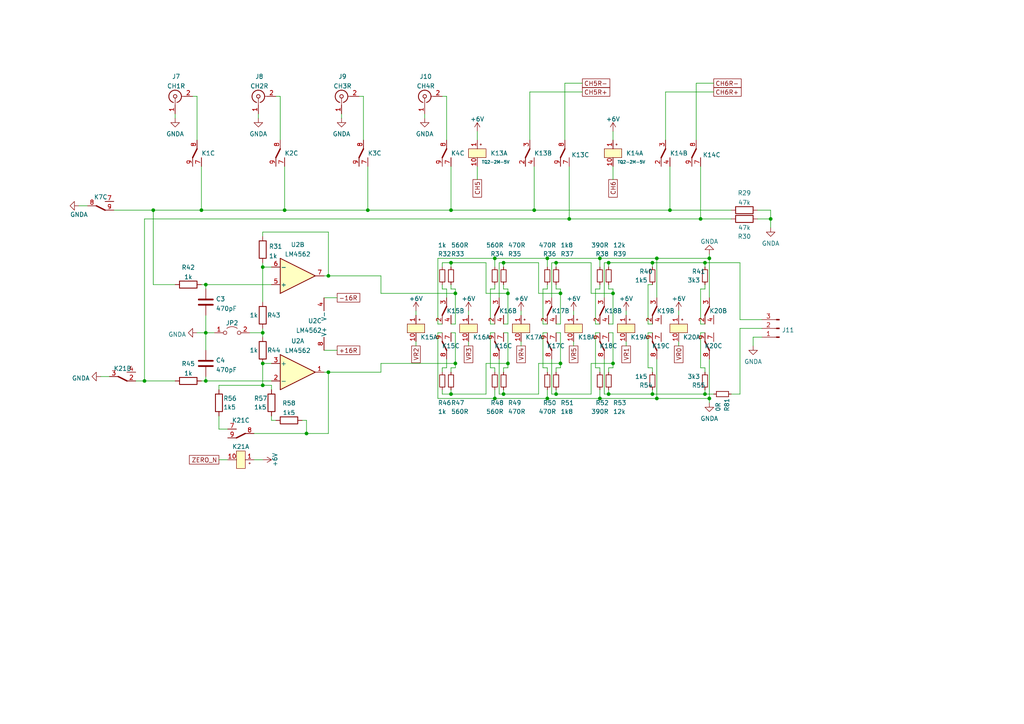
<source format=kicad_sch>
(kicad_sch (version 20211123) (generator eeschema)
  (paper "A4")
  (lib_symbols
    (symbol "Amplifier_Operational:LM4562" (pin_names (offset 0.127))
      (property "Reference" "U" (at 0 5.08 0))
      (property "Value" "LM4562" (at 0 -5.08 0))
      (symbol "LM4562_1_1"
        (polyline (pts (xy -5.08 5.08) (xy 5.08 0) (xy -5.08 -5.08) (xy -5.08 5.08)) (stroke (width 0.254)) (fill (type background)))
        (pin output line (at 7.62 0 180) (length 2.54) (name "~") (number "1"))
        (pin input line (at -7.62 -2.54 0) (length 2.54) (name "-") (number "2"))
        (pin input line (at -7.62 2.54 0) (length 2.54) (name "+") (number "3"))
      )
      (symbol "LM4562_2_1"
        (polyline (pts (xy -5.08 5.08) (xy 5.08 0) (xy -5.08 -5.08) (xy -5.08 5.08)) (stroke (width 0.254)) (fill (type background)))
        (pin input line (at -7.62 2.54 0) (length 2.54) (name "+") (number "5"))
        (pin input line (at -7.62 -2.54 0) (length 2.54) (name "-") (number "6"))
        (pin output line (at 7.62 0 180) (length 2.54) (name "~") (number "7"))
      )
      (symbol "LM4562_3_1"
        (pin power_in line (at -2.54 -7.62 90) (length 3.81) (name "V-") (number "4"))
        (pin power_in line (at -2.54 7.62 270) (length 3.81) (name "V+") (number "8"))
      )
    )
    (symbol "Connector:Conn_01x03_Male" (pin_names (offset 1.016) hide)
      (property "Reference" "J" (at 0 5.08 0))
      (property "Value" "Conn_01x03_Male" (at 0 -5.08 0))
      (symbol "Conn_01x03_Male_1_1"
        (polyline (pts (xy 1.27 -2.54) (xy 0.8636 -2.54)) (stroke (width 0.1524)))
        (polyline (pts (xy 1.27 0) (xy 0.8636 0)) (stroke (width 0.1524)))
        (polyline (pts (xy 1.27 2.54) (xy 0.8636 2.54)) (stroke (width 0.1524)))
        (rectangle (start 0.8636 -2.413) (end 0 -2.667) (stroke (width 0.1524)) (fill (type outline)))
        (rectangle (start 0.8636 0.127) (end 0 -0.127) (stroke (width 0.1524)) (fill (type outline)))
        (rectangle (start 0.8636 2.667) (end 0 2.413) (stroke (width 0.1524)) (fill (type outline)))
        (pin passive line (at 5.08 2.54 180) (length 3.81) (name "Pin_1") (number "1"))
        (pin passive line (at 5.08 0 180) (length 3.81) (name "Pin_2") (number "2"))
        (pin passive line (at 5.08 -2.54 180) (length 3.81) (name "Pin_3") (number "3"))
      )
    )
    (symbol "Connector:Conn_Coaxial" (pin_names (offset 1.016) hide)
      (property "Reference" "J" (at 0.254 3.048 0))
      (property "Value" "Conn_Coaxial" (at 2.921 0 90))
      (symbol "Conn_Coaxial_0_1"
        (arc (start -1.778 -0.508) (mid 0.222 -1.808) (end 1.778 0) (stroke (width 0.254)))
        (polyline (pts (xy -2.54 0) (xy -0.508 0)))
        (polyline (pts (xy 0 -2.54) (xy 0 -1.778)))
        (circle (center 0 0) (radius 0.508) (stroke (width 0.2032)))
        (arc (start 1.778 0) (mid 0.222 1.8083) (end -1.778 0.508) (stroke (width 0.254)))
      )
      (symbol "Conn_Coaxial_1_1"
        (pin passive line (at -5.08 0 0) (length 2.54) (name "In") (number "1"))
        (pin passive line (at 0 -5.08 90) (length 2.54) (name "Ext") (number "2"))
      )
    )
    (symbol "Device:C" (pin_numbers hide) (pin_names (offset 0.254))
      (property "Reference" "C" (at 0.635 2.54 0))
      (property "Value" "C" (at 0.635 -2.54 0))
      (symbol "C_0_1"
        (polyline (pts (xy -2.032 -0.762) (xy 2.032 -0.762)) (stroke (width 0.508)))
        (polyline (pts (xy -2.032 0.762) (xy 2.032 0.762)) (stroke (width 0.508)))
      )
      (symbol "C_1_1"
        (pin passive line (at 0 3.81 270) (length 2.794) (name "~") (number "1"))
        (pin passive line (at 0 -3.81 90) (length 2.794) (name "~") (number "2"))
      )
    )
    (symbol "Device:R" (pin_numbers hide) (pin_names (offset 0))
      (property "Reference" "R" (at 2.032 0 90))
      (property "Value" "R" (at 0 0 90))
      (symbol "R_0_1"
        (rectangle (start -1.016 -2.54) (end 1.016 2.54) (stroke (width 0.254)))
      )
      (symbol "R_1_1"
        (pin passive line (at 0 3.81 270) (length 1.27) (name "~") (number "1"))
        (pin passive line (at 0 -3.81 90) (length 1.27) (name "~") (number "2"))
      )
    )
    (symbol "Device:R_Small" (pin_numbers hide) (pin_names (offset 0.254) hide)
      (property "Reference" "R" (at 0.762 0.508 0))
      (property "Value" "R_Small" (at 0.762 -1.016 0))
      (symbol "R_Small_0_1"
        (rectangle (start -0.762 1.778) (end 0.762 -1.778) (stroke (width 0.2032)))
      )
      (symbol "R_Small_1_1"
        (pin passive line (at 0 2.54 270) (length 0.762) (name "~") (number "1"))
        (pin passive line (at 0 -2.54 90) (length 0.762) (name "~") (number "2"))
      )
    )
    (symbol "Jumper:Jumper_2_Open" (pin_names (offset 0) hide)
      (property "Reference" "JP" (at 0 2.794 0))
      (property "Value" "Jumper_2_Open" (at 0 -2.286 0))
      (symbol "Jumper_2_Open_0_0"
        (circle (center -2.032 0) (radius 0.508))
        (circle (center 2.032 0) (radius 0.508))
      )
      (symbol "Jumper_2_Open_0_1"
        (arc (start 1.524 1.27) (mid 0 1.778) (end -1.524 1.27))
      )
      (symbol "Jumper_2_Open_1_1"
        (pin passive line (at -5.08 0 0) (length 2.54) (name "A") (number "1"))
        (pin passive line (at 5.08 0 180) (length 2.54) (name "B") (number "2"))
      )
    )
    (symbol "pinny:TQ2-2M-5V"
      (property "Reference" "K" (at 23.495 -10.16 0))
      (property "Value" "TQ2-2M-5V" (at 25.146 -15.24 0))
      (symbol "TQ2-2M-5V_1_1"
        (polyline (pts (xy 21.082 -10.16) (xy 21.59 -10.16) (xy 21.336 -10.16) (xy 21.336 -9.906) (xy 21.336 -10.414) (xy 21.336 -10.16)) (fill (type background)))
        (rectangle (start 22.86 -11.43) (end 17.78 -13.97) (fill (type background)))
        (pin passive line (at 20.32 -8.89 270) (length 2.54) (name "") (number "1"))
        (pin passive line (at 20.32 -16.51 90) (length 2.54) (name "~") (number "10"))
      )
      (symbol "TQ2-2M-5V_2_1"
        (polyline (pts (xy 20.32 -11.43) (xy 19.05 -13.97)) (stroke (width 0.4)))
        (pin passive line (at 19.05 -16.51 90) (length 2.54) (name "") (number "2"))
        (pin passive line (at 20.32 -8.89 270) (length 2.54) (name "") (number "3"))
        (pin passive line (at 21.59 -16.51 90) (length 2.54) (name "") (number "4"))
      )
      (symbol "TQ2-2M-5V_3_1"
        (polyline (pts (xy 20.32 -11.43) (xy 19.05 -13.97)) (stroke (width 0.4)))
        (pin passive line (at 21.59 -16.51 90) (length 2.54) (name "") (number "7"))
        (pin passive line (at 20.32 -8.89 270) (length 2.54) (name "") (number "8"))
        (pin passive line (at 19.05 -16.51 90) (length 2.54) (name "") (number "9"))
      )
    )
    (symbol "power:+6V" (power) (pin_names (offset 0))
      (property "Value" "+6V" (at 0 3.556 0))
      (symbol "+6V_0_1"
        (polyline (pts (xy -0.762 1.27) (xy 0 2.54)))
        (polyline (pts (xy 0 0) (xy 0 2.54)))
        (polyline (pts (xy 0 2.54) (xy 0.762 1.27)))
      )
      (symbol "+6V_1_1"
        (pin power_in line (at 0 0 90) (length 0) hide (name "+6V") (number "1"))
      )
    )
    (symbol "power:GNDA" (power) (pin_names (offset 0))
      (property "Value" "GNDA" (at 0 -3.81 0))
      (symbol "GNDA_0_1"
        (polyline (pts (xy 0 0) (xy 0 -1.27) (xy 1.27 -1.27) (xy 0 -2.54) (xy -1.27 -1.27) (xy 0 -1.27)))
      )
      (symbol "GNDA_1_1"
        (pin power_in line (at 0 0 270) (length 0) hide (name "GNDA") (number "1"))
      )
    )
  )
  (junction (at 130.81 114.3))
  (junction (at 59.69 110.49))
  (junction (at 106.68 60.96))
  (junction (at 158.75 115.57))
  (junction (at 82.55 60.96))
  (junction (at 147.32 85.09))
  (junction (at 205.74 74.93))
  (junction (at 59.69 96.52))
  (junction (at 165.1 63.5))
  (junction (at 143.51 115.57))
  (junction (at 95.25 80.01))
  (junction (at 161.29 76.2))
  (junction (at 132.08 105.41))
  (junction (at 147.32 105.41))
  (junction (at 76.2 96.52))
  (junction (at 154.94 60.96))
  (junction (at 158.75 74.93))
  (junction (at 176.53 114.3))
  (junction (at 95.25 107.95))
  (junction (at 130.81 76.2))
  (junction (at 189.23 76.2))
  (junction (at 203.2 63.5))
  (junction (at 204.47 114.3))
  (junction (at 162.56 105.41))
  (junction (at 58.42 60.96))
  (junction (at 130.81 60.96))
  (junction (at 189.23 114.3))
  (junction (at 204.47 76.2))
  (junction (at 194.31 60.96))
  (junction (at 161.29 114.3))
  (junction (at 173.99 115.57))
  (junction (at 132.08 85.09))
  (junction (at 223.52 63.5))
  (junction (at 162.56 85.09))
  (junction (at 41.91 110.49))
  (junction (at 88.9 125.73))
  (junction (at 190.5 115.57))
  (junction (at 177.8 85.09))
  (junction (at 205.74 115.57))
  (junction (at 76.2 105.41))
  (junction (at 143.51 74.93))
  (junction (at 76.2 111.76))
  (junction (at 146.05 76.2))
  (junction (at 59.69 82.55))
  (junction (at 173.99 74.93))
  (junction (at 177.8 105.41))
  (junction (at 190.5 74.93))
  (junction (at 176.53 76.2))
  (junction (at 76.2 77.47))
  (junction (at 146.05 114.3))
  (junction (at 44.45 60.96))
  (wire (pts (xy 132.08 85.09) (xy 132.08 83.82)))
  (wire (pts (xy 223.52 60.96) (xy 223.52 63.5)))
  (wire (pts (xy 158.75 115.57) (xy 143.51 115.57)))
  (wire (pts (xy 142.24 83.82) (xy 143.51 83.82)))
  (wire (pts (xy 99.06 33.02) (xy 99.06 34.29)))
  (wire (pts (xy 93.98 107.95) (xy 95.25 107.95)))
  (wire (pts (xy 41.91 63.5) (xy 165.1 63.5)))
  (wire (pts (xy 143.51 74.93) (xy 143.51 77.47)))
  (wire (pts (xy 205.74 115.57) (xy 190.5 115.57)))
  (wire (pts (xy 59.69 91.44) (xy 59.69 96.52)))
  (wire (pts (xy 160.02 76.2) (xy 161.29 76.2)))
  (wire (pts (xy 59.69 82.55) (xy 59.69 83.82)))
  (wire (pts (xy 158.75 82.55) (xy 158.75 83.82)))
  (wire (pts (xy 189.23 93.98) (xy 187.96 93.98)))
  (wire (pts (xy 161.29 83.82) (xy 161.29 82.55)))
  (wire (pts (xy 190.5 104.14) (xy 190.5 115.57)))
  (wire (pts (xy 93.98 101.6) (xy 97.79 101.6)))
  (wire (pts (xy 165.1 63.5) (xy 203.2 63.5)))
  (wire (pts (xy 163.83 24.13) (xy 163.83 40.64)))
  (wire (pts (xy 128.27 77.47) (xy 128.27 76.2)))
  (wire (pts (xy 187.96 82.55) (xy 189.23 82.55)))
  (wire (pts (xy 176.53 76.2) (xy 176.53 77.47)))
  (wire (pts (xy 173.99 83.82) (xy 172.72 83.82)))
  (wire (pts (xy 55.88 27.94) (xy 57.15 27.94)))
  (wire (pts (xy 147.32 85.09) (xy 147.32 93.98)))
  (wire (pts (xy 132.08 83.82) (xy 130.81 83.82)))
  (wire (pts (xy 73.66 133.35) (xy 76.2 133.35)))
  (wire (pts (xy 81.28 27.94) (xy 81.28 40.64)))
  (wire (pts (xy 166.37 90.17) (xy 166.37 91.44)))
  (wire (pts (xy 157.48 106.68) (xy 158.75 106.68)))
  (wire (pts (xy 153.67 26.67) (xy 153.67 40.64)))
  (wire (pts (xy 128.27 114.3) (xy 130.81 114.3)))
  (wire (pts (xy 74.93 33.02) (xy 74.93 34.29)))
  (wire (pts (xy 80.01 27.94) (xy 81.28 27.94)))
  (wire (pts (xy 194.31 60.96) (xy 212.09 60.96)))
  (wire (pts (xy 218.44 97.79) (xy 218.44 100.33)))
  (wire (pts (xy 161.29 113.03) (xy 161.29 114.3)))
  (wire (pts (xy 58.42 82.55) (xy 59.69 82.55)))
  (wire (pts (xy 129.54 27.94) (xy 129.54 40.64)))
  (wire (pts (xy 130.81 76.2) (xy 130.81 77.47)))
  (wire (pts (xy 153.67 26.67) (xy 168.91 26.67)))
  (wire (pts (xy 110.49 85.09) (xy 110.49 80.01)))
  (wire (pts (xy 190.5 74.93) (xy 205.74 74.93)))
  (wire (pts (xy 189.23 76.2) (xy 189.23 77.47)))
  (wire (pts (xy 203.2 96.52) (xy 203.2 106.68)))
  (wire (pts (xy 143.51 115.57) (xy 127 115.57)))
  (wire (pts (xy 78.74 111.76) (xy 78.74 113.03)))
  (wire (pts (xy 58.42 60.96) (xy 44.45 60.96)))
  (wire (pts (xy 130.81 96.52) (xy 132.08 96.52)))
  (wire (pts (xy 143.51 82.55) (xy 143.51 83.82)))
  (wire (pts (xy 214.63 92.71) (xy 214.63 76.2)))
  (wire (pts (xy 176.53 93.98) (xy 177.8 93.98)))
  (wire (pts (xy 95.25 107.95) (xy 95.25 125.73)))
  (wire (pts (xy 127 96.52) (xy 128.27 96.52)))
  (wire (pts (xy 158.75 113.03) (xy 158.75 115.57)))
  (wire (pts (xy 177.8 105.41) (xy 177.8 106.68)))
  (wire (pts (xy 204.47 106.68) (xy 204.47 107.95)))
  (wire (pts (xy 142.24 96.52) (xy 142.24 106.68)))
  (wire (pts (xy 93.98 80.01) (xy 95.25 80.01)))
  (wire (pts (xy 175.26 104.14) (xy 175.26 114.3)))
  (wire (pts (xy 127 74.93) (xy 143.51 74.93)))
  (wire (pts (xy 173.99 82.55) (xy 173.99 83.82)))
  (wire (pts (xy 127 115.57) (xy 127 96.52)))
  (wire (pts (xy 128.27 106.68) (xy 128.27 107.95)))
  (wire (pts (xy 176.53 96.52) (xy 177.8 96.52)))
  (wire (pts (xy 72.39 96.52) (xy 76.2 96.52)))
  (wire (pts (xy 194.31 48.26) (xy 194.31 60.96)))
  (wire (pts (xy 181.61 90.17) (xy 181.61 91.44)))
  (wire (pts (xy 95.25 125.73) (xy 88.9 125.73)))
  (wire (pts (xy 120.65 99.06) (xy 120.65 100.33)))
  (wire (pts (xy 146.05 83.82) (xy 147.32 83.82)))
  (wire (pts (xy 22.86 59.69) (xy 25.4 59.69)))
  (wire (pts (xy 128.27 76.2) (xy 130.81 76.2)))
  (wire (pts (xy 130.81 82.55) (xy 130.81 83.82)))
  (wire (pts (xy 177.8 106.68) (xy 176.53 106.68)))
  (wire (pts (xy 172.72 83.82) (xy 172.72 93.98)))
  (wire (pts (xy 130.81 113.03) (xy 130.81 114.3)))
  (wire (pts (xy 129.54 83.82) (xy 128.27 83.82)))
  (wire (pts (xy 147.32 83.82) (xy 147.32 85.09)))
  (wire (pts (xy 161.29 107.95) (xy 161.29 106.68)))
  (wire (pts (xy 63.5 113.03) (xy 63.5 111.76)))
  (wire (pts (xy 80.01 121.92) (xy 78.74 121.92)))
  (wire (pts (xy 173.99 74.93) (xy 190.5 74.93)))
  (wire (pts (xy 204.47 114.3) (xy 207.01 114.3)))
  (wire (pts (xy 176.53 82.55) (xy 176.53 83.82)))
  (wire (pts (xy 173.99 74.93) (xy 173.99 77.47)))
  (wire (pts (xy 29.21 109.22) (xy 31.75 109.22)))
  (wire (pts (xy 175.26 76.2) (xy 176.53 76.2)))
  (wire (pts (xy 146.05 82.55) (xy 146.05 83.82)))
  (wire (pts (xy 146.05 93.98) (xy 147.32 93.98)))
  (wire (pts (xy 104.14 27.94) (xy 105.41 27.94)))
  (wire (pts (xy 204.47 96.52) (xy 203.2 96.52)))
  (wire (pts (xy 161.29 93.98) (xy 162.56 93.98)))
  (wire (pts (xy 177.8 105.41) (xy 171.45 105.41)))
  (wire (pts (xy 50.8 110.49) (xy 41.91 110.49)))
  (wire (pts (xy 173.99 113.03) (xy 173.99 115.57)))
  (wire (pts (xy 138.43 48.26) (xy 138.43 52.07)))
  (wire (pts (xy 158.75 74.93) (xy 158.75 77.47)))
  (wire (pts (xy 142.24 106.68) (xy 143.51 106.68)))
  (wire (pts (xy 132.08 85.09) (xy 110.49 85.09)))
  (wire (pts (xy 132.08 105.41) (xy 132.08 106.68)))
  (wire (pts (xy 203.2 63.5) (xy 203.2 48.26)))
  (wire (pts (xy 146.05 106.68) (xy 147.32 106.68)))
  (wire (pts (xy 165.1 63.5) (xy 165.1 48.26)))
  (wire (pts (xy 128.27 82.55) (xy 128.27 83.82)))
  (wire (pts (xy 160.02 114.3) (xy 161.29 114.3)))
  (wire (pts (xy 175.26 114.3) (xy 176.53 114.3)))
  (wire (pts (xy 173.99 115.57) (xy 158.75 115.57)))
  (wire (pts (xy 176.53 76.2) (xy 189.23 76.2)))
  (wire (pts (xy 187.96 96.52) (xy 187.96 106.68)))
  (wire (pts (xy 204.47 83.82) (xy 203.2 83.82)))
  (wire (pts (xy 132.08 105.41) (xy 110.49 105.41)))
  (wire (pts (xy 132.08 96.52) (xy 132.08 105.41)))
  (wire (pts (xy 123.19 33.02) (xy 123.19 34.29)))
  (wire (pts (xy 156.21 76.2) (xy 156.21 85.09)))
  (wire (pts (xy 135.89 90.17) (xy 135.89 91.44)))
  (wire (pts (xy 177.8 85.09) (xy 177.8 83.82)))
  (wire (pts (xy 181.61 99.06) (xy 181.61 100.33)))
  (wire (pts (xy 143.51 74.93) (xy 158.75 74.93)))
  (wire (pts (xy 88.9 121.92) (xy 88.9 125.73)))
  (wire (pts (xy 220.98 97.79) (xy 218.44 97.79)))
  (wire (pts (xy 162.56 83.82) (xy 161.29 83.82)))
  (wire (pts (xy 156.21 85.09) (xy 162.56 85.09)))
  (wire (pts (xy 59.69 96.52) (xy 62.23 96.52)))
  (wire (pts (xy 95.25 67.31) (xy 76.2 67.31)))
  (wire (pts (xy 161.29 76.2) (xy 161.29 77.47)))
  (wire (pts (xy 128.27 93.98) (xy 127 93.98)))
  (wire (pts (xy 162.56 85.09) (xy 162.56 83.82)))
  (wire (pts (xy 76.2 95.25) (xy 76.2 96.52)))
  (wire (pts (xy 189.23 113.03) (xy 189.23 114.3)))
  (wire (pts (xy 189.23 106.68) (xy 189.23 107.95)))
  (wire (pts (xy 130.81 76.2) (xy 140.97 76.2)))
  (wire (pts (xy 171.45 114.3) (xy 161.29 114.3)))
  (wire (pts (xy 143.51 93.98) (xy 142.24 93.98)))
  (wire (pts (xy 63.5 133.35) (xy 66.04 133.35)))
  (wire (pts (xy 120.65 90.17) (xy 120.65 91.44)))
  (wire (pts (xy 105.41 27.94) (xy 105.41 40.64)))
  (wire (pts (xy 144.78 104.14) (xy 144.78 114.3)))
  (wire (pts (xy 163.83 24.13) (xy 168.91 24.13)))
  (wire (pts (xy 140.97 105.41) (xy 140.97 114.3)))
  (wire (pts (xy 76.2 111.76) (xy 78.74 111.76)))
  (wire (pts (xy 57.15 27.94) (xy 57.15 40.64)))
  (wire (pts (xy 95.25 80.01) (xy 95.25 67.31)))
  (wire (pts (xy 187.96 93.98) (xy 187.96 82.55)))
  (wire (pts (xy 172.72 96.52) (xy 173.99 96.52)))
  (wire (pts (xy 190.5 74.93) (xy 190.5 86.36)))
  (wire (pts (xy 130.81 114.3) (xy 140.97 114.3)))
  (wire (pts (xy 157.48 96.52) (xy 157.48 106.68)))
  (wire (pts (xy 203.2 63.5) (xy 212.09 63.5)))
  (wire (pts (xy 59.69 82.55) (xy 78.74 82.55)))
  (wire (pts (xy 146.05 107.95) (xy 146.05 106.68)))
  (wire (pts (xy 154.94 60.96) (xy 130.81 60.96)))
  (wire (pts (xy 203.2 106.68) (xy 204.47 106.68)))
  (wire (pts (xy 203.2 83.82) (xy 203.2 93.98)))
  (wire (pts (xy 176.53 114.3) (xy 176.53 113.03)))
  (wire (pts (xy 172.72 93.98) (xy 173.99 93.98)))
  (wire (pts (xy 177.8 96.52) (xy 177.8 105.41)))
  (wire (pts (xy 193.04 26.67) (xy 193.04 40.64)))
  (wire (pts (xy 171.45 76.2) (xy 161.29 76.2)))
  (wire (pts (xy 147.32 105.41) (xy 147.32 96.52)))
  (wire (pts (xy 76.2 76.2) (xy 76.2 77.47)))
  (wire (pts (xy 204.47 82.55) (xy 204.47 83.82)))
  (wire (pts (xy 59.69 96.52) (xy 59.69 101.6)))
  (wire (pts (xy 129.54 86.36) (xy 129.54 83.82)))
  (wire (pts (xy 160.02 104.14) (xy 160.02 114.3)))
  (wire (pts (xy 162.56 85.09) (xy 162.56 93.98)))
  (wire (pts (xy 177.8 85.09) (xy 171.45 85.09)))
  (wire (pts (xy 63.5 124.46) (xy 63.5 120.65)))
  (wire (pts (xy 58.42 110.49) (xy 59.69 110.49)))
  (wire (pts (xy 194.31 60.96) (xy 154.94 60.96)))
  (wire (pts (xy 162.56 96.52) (xy 161.29 96.52)))
  (wire (pts (xy 135.89 99.06) (xy 135.89 100.33)))
  (wire (pts (xy 205.74 104.14) (xy 205.74 115.57)))
  (wire (pts (xy 106.68 48.26) (xy 106.68 60.96)))
  (wire (pts (xy 127 93.98) (xy 127 74.93)))
  (wire (pts (xy 147.32 105.41) (xy 140.97 105.41)))
  (wire (pts (xy 151.13 99.06) (xy 151.13 100.33)))
  (wire (pts (xy 140.97 76.2) (xy 140.97 85.09)))
  (wire (pts (xy 144.78 86.36) (xy 144.78 76.2)))
  (wire (pts (xy 196.85 99.06) (xy 196.85 100.33)))
  (wire (pts (xy 162.56 106.68) (xy 162.56 105.41)))
  (wire (pts (xy 189.23 76.2) (xy 204.47 76.2)))
  (wire (pts (xy 212.09 114.3) (xy 214.63 114.3)))
  (wire (pts (xy 138.43 38.1) (xy 138.43 40.64)))
  (wire (pts (xy 146.05 76.2) (xy 146.05 77.47)))
  (wire (pts (xy 157.48 93.98) (xy 157.48 83.82)))
  (wire (pts (xy 205.74 86.36) (xy 205.74 74.93)))
  (wire (pts (xy 201.93 24.13) (xy 201.93 40.64)))
  (wire (pts (xy 132.08 93.98) (xy 132.08 85.09)))
  (wire (pts (xy 76.2 105.41) (xy 78.74 105.41)))
  (wire (pts (xy 59.69 110.49) (xy 78.74 110.49)))
  (wire (pts (xy 106.68 60.96) (xy 82.55 60.96)))
  (wire (pts (xy 189.23 96.52) (xy 187.96 96.52)))
  (wire (pts (xy 82.55 60.96) (xy 58.42 60.96)))
  (wire (pts (xy 82.55 48.26) (xy 82.55 60.96)))
  (wire (pts (xy 177.8 48.26) (xy 177.8 52.07)))
  (wire (pts (xy 130.81 93.98) (xy 132.08 93.98)))
  (wire (pts (xy 140.97 85.09) (xy 147.32 85.09)))
  (wire (pts (xy 157.48 83.82) (xy 158.75 83.82)))
  (wire (pts (xy 201.93 24.13) (xy 207.01 24.13)))
  (wire (pts (xy 78.74 121.92) (xy 78.74 120.65)))
  (wire (pts (xy 132.08 106.68) (xy 130.81 106.68)))
  (wire (pts (xy 175.26 86.36) (xy 175.26 76.2)))
  (wire (pts (xy 173.99 107.95) (xy 173.99 106.68)))
  (wire (pts (xy 158.75 96.52) (xy 157.48 96.52)))
  (wire (pts (xy 158.75 74.93) (xy 173.99 74.93)))
  (wire (pts (xy 57.15 96.52) (xy 59.69 96.52)))
  (wire (pts (xy 166.37 99.06) (xy 166.37 100.33)))
  (wire (pts (xy 39.37 110.49) (xy 41.91 110.49)))
  (wire (pts (xy 93.98 86.36) (xy 97.79 86.36)))
  (wire (pts (xy 158.75 106.68) (xy 158.75 107.95)))
  (wire (pts (xy 63.5 111.76) (xy 76.2 111.76)))
  (wire (pts (xy 129.54 106.68) (xy 128.27 106.68)))
  (wire (pts (xy 87.63 121.92) (xy 88.9 121.92)))
  (wire (pts (xy 144.78 114.3) (xy 146.05 114.3)))
  (wire (pts (xy 50.8 82.55) (xy 44.45 82.55)))
  (wire (pts (xy 154.94 48.26) (xy 154.94 60.96)))
  (wire (pts (xy 151.13 90.17) (xy 151.13 91.44)))
  (wire (pts (xy 177.8 93.98) (xy 177.8 85.09)))
  (wire (pts (xy 223.52 63.5) (xy 223.52 66.04)))
  (wire (pts (xy 196.85 90.17) (xy 196.85 91.44)))
  (wire (pts (xy 129.54 104.14) (xy 129.54 106.68)))
  (wire (pts (xy 205.74 115.57) (xy 205.74 116.84)))
  (wire (pts (xy 59.69 109.22) (xy 59.69 110.49)))
  (wire (pts (xy 204.47 113.03) (xy 204.47 114.3)))
  (wire (pts (xy 147.32 96.52) (xy 146.05 96.52)))
  (wire (pts (xy 219.71 60.96) (xy 223.52 60.96)))
  (wire (pts (xy 76.2 87.63) (xy 76.2 77.47)))
  (wire (pts (xy 176.53 106.68) (xy 176.53 107.95)))
  (wire (pts (xy 187.96 106.68) (xy 189.23 106.68)))
  (wire (pts (xy 146.05 76.2) (xy 156.21 76.2)))
  (wire (pts (xy 66.04 124.46) (xy 63.5 124.46)))
  (wire (pts (xy 44.45 60.96) (xy 33.02 60.96)))
  (wire (pts (xy 130.81 106.68) (xy 130.81 107.95)))
  (wire (pts (xy 156.21 105.41) (xy 162.56 105.41)))
  (wire (pts (xy 220.98 95.25) (xy 214.63 95.25)))
  (wire (pts (xy 110.49 107.95) (xy 95.25 107.95)))
  (wire (pts (xy 147.32 106.68) (xy 147.32 105.41)))
  (wire (pts (xy 171.45 105.41) (xy 171.45 114.3)))
  (wire (pts (xy 76.2 105.41) (xy 76.2 111.76)))
  (wire (pts (xy 110.49 80.01) (xy 95.25 80.01)))
  (wire (pts (xy 144.78 76.2) (xy 146.05 76.2)))
  (wire (pts (xy 204.47 114.3) (xy 189.23 114.3)))
  (wire (pts (xy 88.9 125.73) (xy 73.66 125.73)))
  (wire (pts (xy 156.21 114.3) (xy 156.21 105.41)))
  (wire (pts (xy 146.05 114.3) (xy 146.05 113.03)))
  (wire (pts (xy 44.45 82.55) (xy 44.45 60.96)))
  (wire (pts (xy 177.8 83.82) (xy 176.53 83.82)))
  (wire (pts (xy 160.02 86.36) (xy 160.02 76.2)))
  (wire (pts (xy 205.74 73.66) (xy 205.74 74.93)))
  (wire (pts (xy 189.23 114.3) (xy 176.53 114.3)))
  (wire (pts (xy 161.29 106.68) (xy 162.56 106.68)))
  (wire (pts (xy 204.47 76.2) (xy 204.47 77.47)))
  (wire (pts (xy 158.75 93.98) (xy 157.48 93.98)))
  (wire (pts (xy 162.56 105.41) (xy 162.56 96.52)))
  (wire (pts (xy 146.05 114.3) (xy 156.21 114.3)))
  (wire (pts (xy 130.81 48.26) (xy 130.81 60.96)))
  (wire (pts (xy 203.2 93.98) (xy 204.47 93.98)))
  (wire (pts (xy 76.2 67.31) (xy 76.2 68.58)))
  (wire (pts (xy 143.51 96.52) (xy 142.24 96.52)))
  (wire (pts (xy 41.91 110.49) (xy 41.91 63.5)))
  (wire (pts (xy 177.8 38.1) (xy 177.8 40.64)))
  (wire (pts (xy 172.72 106.68) (xy 172.72 96.52)))
  (wire (pts (xy 128.27 113.03) (xy 128.27 114.3)))
  (wire (pts (xy 76.2 77.47) (xy 78.74 77.47)))
  (wire (pts (xy 214.63 95.25) (xy 214.63 114.3)))
  (wire (pts (xy 50.8 33.02) (xy 50.8 34.29)))
  (wire (pts (xy 220.98 92.71) (xy 214.63 92.71)))
  (wire (pts (xy 190.5 115.57) (xy 173.99 115.57)))
  (wire (pts (xy 130.81 60.96) (xy 106.68 60.96)))
  (wire (pts (xy 110.49 105.41) (xy 110.49 107.95)))
  (wire (pts (xy 193.04 26.67) (xy 207.01 26.67)))
  (wire (pts (xy 204.47 76.2) (xy 214.63 76.2)))
  (wire (pts (xy 128.27 27.94) (xy 129.54 27.94)))
  (wire (pts (xy 142.24 93.98) (xy 142.24 83.82)))
  (wire (pts (xy 219.71 63.5) (xy 223.52 63.5)))
  (wire (pts (xy 173.99 106.68) (xy 172.72 106.68)))
  (wire (pts (xy 143.51 106.68) (xy 143.51 107.95)))
  (wire (pts (xy 58.42 48.26) (xy 58.42 60.96)))
  (wire (pts (xy 171.45 85.09) (xy 171.45 76.2)))
  (wire (pts (xy 143.51 113.03) (xy 143.51 115.57)))
  (wire (pts (xy 76.2 96.52) (xy 76.2 97.79)))
  (global_label "VR3" (shape passive) (at 135.89 100.33 270) (property "Intersheet References" "${INTERSHEET_REFS}" (effects hide)))
  (global_label "CH5R+" (shape passive) (at 168.91 26.67 0) (property "Intersheet References" "${INTERSHEET_REFS}" (effects hide)))
  (global_label "CH6R-" (shape passive) (at 207.01 24.13 0) (property "Intersheet References" "${INTERSHEET_REFS}" (effects hide)))
  (global_label "CH6R+" (shape passive) (at 207.01 26.67 0) (property "Intersheet References" "${INTERSHEET_REFS}" (effects hide)))
  (global_label "VR0" (shape passive) (at 196.85 100.33 270) (property "Intersheet References" "${INTERSHEET_REFS}" (effects hide)))
  (global_label "+16R" (shape passive) (at 97.79 101.6 0) (property "Intersheet References" "${INTERSHEET_REFS}" (effects hide)))
  (global_label "ZERO_N" (shape passive) (at 63.5 133.35 180) (property "Intersheet References" "${INTERSHEET_REFS}" (effects hide)))
  (global_label "VR1" (shape passive) (at 181.61 100.33 270) (property "Intersheet References" "${INTERSHEET_REFS}" (effects hide)))
  (global_label "VR5" (shape passive) (at 166.37 100.33 270) (property "Intersheet References" "${INTERSHEET_REFS}" (effects hide)))
  (global_label "CH5R-" (shape passive) (at 168.91 24.13 0) (property "Intersheet References" "${INTERSHEET_REFS}" (effects hide)))
  (global_label "-16R" (shape passive) (at 97.79 86.36 0) (property "Intersheet References" "${INTERSHEET_REFS}" (effects hide)))
  (global_label "VR2" (shape passive) (at 120.65 100.33 270) (property "Intersheet References" "${INTERSHEET_REFS}" (effects hide)))
  (global_label "CH6" (shape passive) (at 177.8 52.07 270) (property "Intersheet References" "${INTERSHEET_REFS}" (effects hide)))
  (global_label "VR4" (shape passive) (at 151.13 100.33 270) (property "Intersheet References" "${INTERSHEET_REFS}" (effects hide)))
  (global_label "CH5" (shape passive) (at 138.43 52.07 270) (property "Intersheet References" "${INTERSHEET_REFS}" (effects hide)))
  (symbol (lib_id "Device:R") (at 83.82 121.92 270) (unit 1)
    (property "Reference" "R58" (at 83.82 116.9375 90))
    (property "Value" "1k5" (at 83.82 119.7126 90))
    (property "Footprint" "Resistor_SMD:R_MELF_MMB-0207" (effects hide))
    (property "Farnell part number" "	3086860" (effects hide))
  )
  (symbol (lib_id "power:+6V") (at 135.89 90.17 0) (unit 1)
    (property "Reference" "#PWR035" (effects hide))
    (property "Value" "+6V" (at 135.89 86.614 0))
  )
  (symbol (lib_id "power:+6V") (at 120.65 90.17 0) (unit 1)
    (property "Reference" "#PWR034" (effects hide))
    (property "Value" "+6V" (at 120.65 86.614 0))
  )
  (symbol (lib_id "Device:R") (at 76.2 91.44 0) (unit 1)
    (property "Reference" "R43" (at 77.47 91.44 0) (effects (justify left)))
    (property "Value" "1k" (at 72.39 91.44 0) (effects (justify left)))
    (property "Footprint" "Resistor_SMD:R_MELF_MMB-0207" (effects hide))
    (property "Farnell part number" "	3086847" (effects hide))
  )
  (symbol (lib_id "pinny:TQ2-2M-5V") (at 181.61 31.75 0) (unit 3)
    (property "Reference" "K14" (at 203.835 44.929 0) (effects (justify left)))
    (property "Value" "TQ2-2M-5V" (effects hide))
    (property "Footprint" "SnapEDA Library:TQ2-5V" (effects hide))
  )
  (symbol (lib_id "Connector:Conn_01x03_Male") (at 226.06 95.25 180) (unit 1)
    (property "Reference" "J11" (at 226.7712 95.729 0) (effects (justify right)))
    (property "Value" "L_OUT" (effects hide))
    (property "Footprint" "Connector_JST:JST_EH_B3B-EH-A_1x03_P2.50mm_Vertical" (effects hide))
  )
  (symbol (lib_id "power:+6V") (at 151.13 90.17 0) (unit 1)
    (property "Reference" "#PWR036" (effects hide))
    (property "Value" "+6V" (at 151.13 86.614 0))
  )
  (symbol (lib_id "power:GNDA") (at 123.19 34.29 0) (unit 1)
    (property "Reference" "#PWR028" (effects hide))
    (property "Value" "GNDA" (at 123.19 38.8525 0))
  )
  (symbol (lib_id "Jumper:Jumper_2_Open") (at 67.31 96.52 0) (unit 1)
    (property "Reference" "JP2" (at 67.31 93.6775 0))
    (property "Value" "Jumper_2_Open" (effects hide))
    (property "Footprint" "Connector_PinHeader_2.54mm:PinHeader_1x02_P2.54mm_Vertical" (effects hide))
  )
  (symbol (lib_id "pinny:TQ2-2M-5V") (at 133.35 31.75 0) (unit 2)
    (property "Reference" "K13" (at 154.94 44.45 0) (effects (justify left)))
    (property "Value" "TQ2-2M-5V" (effects hide))
    (property "Footprint" "SnapEDA Library:TQ2-5V" (effects hide))
  )
  (symbol (lib_id "pinny:TQ2-2M-5V") (at 16.51 80.01 90) (unit 3)
    (property "Reference" "K7" (at 29.21 57.15 90))
    (property "Value" "TQ2-2M-5V" (effects hide))
    (property "Footprint" "SnapEDA Library:TQ2-5V" (effects hide))
  )
  (symbol (lib_id "Device:R") (at 54.61 110.49 90) (unit 1)
    (property "Reference" "R45" (at 54.61 105.5075 90))
    (property "Value" "1k" (at 54.61 108.2826 90))
    (property "Footprint" "Resistor_SMD:R_MELF_MMB-0207" (effects hide))
    (property "Farnell part number" "	3086847" (effects hide))
  )
  (symbol (lib_id "power:GNDA") (at 99.06 34.29 0) (unit 1)
    (property "Reference" "#PWR027" (effects hide))
    (property "Value" "GNDA" (at 99.06 38.8525 0))
  )
  (symbol (lib_id "pinny:TQ2-2M-5V") (at 109.22 77.47 0) (unit 2)
    (property "Reference" "K15" (at 129.54 90.17 0) (effects (justify left)))
    (property "Value" "TQ2-2M-5V" (effects hide))
    (property "Footprint" "SnapEDA Library:TQ2-5V" (effects hide))
  )
  (symbol (lib_id "power:+6V") (at 196.85 90.17 0) (unit 1)
    (property "Reference" "#PWR039" (effects hide))
    (property "Value" "+6V" (at 196.85 86.614 0))
  )
  (symbol (lib_id "Device:R") (at 76.2 101.6 0) (unit 1)
    (property "Reference" "R44" (at 77.47 101.6 0) (effects (justify left)))
    (property "Value" "1k" (at 72.39 101.6 0) (effects (justify left)))
    (property "Footprint" "Resistor_SMD:R_MELF_MMB-0207" (effects hide))
    (property "Farnell part number" "	3086847" (effects hide))
  )
  (symbol (lib_id "Device:C") (at 59.69 87.63 0) (unit 1)
    (property "Reference" "C3" (at 62.611 86.7215 0) (effects (justify left)))
    (property "Value" "470pF" (at 62.611 89.4966 0) (effects (justify left)))
    (property "Footprint" "Capacitor_THT:C_Disc_D3.8mm_W2.6mm_P2.50mm" (effects hide))
    (property "Farnell part number" "	1141769" (effects hide))
  )
  (symbol (lib_id "Device:R_Small") (at 143.51 110.49 0) (unit 1)
    (property "Reference" "R48" (at 142.24 116.84 0) (effects (justify left)))
    (property "Value" "560R" (at 140.97 119.38 0) (effects (justify left)))
    (property "Footprint" "Resistor_SMD:R_MELF_MMB-0207" (effects hide))
    (property "Farnell part number" "	3086811" (effects hide))
  )
  (symbol (lib_id "Device:R_Small") (at 176.53 110.49 0) (unit 1)
    (property "Reference" "R53" (at 177.8 116.84 0) (effects (justify left)))
    (property "Value" "12k" (at 177.8 119.38 0) (effects (justify left)))
    (property "Footprint" "Resistor_SMD:R_MELF_MMB-0207" (effects hide))
    (property "Farnell part number" "	2838151" (effects hide))
  )
  (symbol (lib_id "power:GNDA") (at 74.93 34.29 0) (unit 1)
    (property "Reference" "#PWR026" (effects hide))
    (property "Value" "GNDA" (at 74.93 38.8525 0))
  )
  (symbol (lib_id "Device:R_Small") (at 189.23 110.49 0) (unit 1)
    (property "Reference" "R54" (at 185.42 111.76 0) (effects (justify left)))
    (property "Value" "1k5" (at 184.15 109.22 0) (effects (justify left)))
    (property "Footprint" "Resistor_SMD:R_MELF_MMB-0207" (effects hide))
    (property "Farnell part number" "	3086860" (effects hide))
  )
  (symbol (lib_id "Device:R_Small") (at 146.05 110.49 0) (unit 1)
    (property "Reference" "R49" (at 147.32 116.84 0) (effects (justify left)))
    (property "Value" "470R" (at 147.32 119.38 0) (effects (justify left)))
    (property "Footprint" "Resistor_SMD:R_MELF_MMB-0207" (effects hide))
    (property "Farnell part number" "	3086800" (effects hide))
  )
  (symbol (lib_id "Amplifier_Operational:LM4562") (at 96.52 93.98 0) (mirror x) (unit 3)
    (property "Reference" "U2" (at 93.345 93.0715 0) (effects (justify right)))
    (property "Value" "LM4562" (at 93.345 95.8466 0) (effects (justify right)))
    (property "Footprint" "Package_DIP:DIP-8_W7.62mm_Socket" (effects hide))
    (property "Datasheet" "http://www.ti.com/lit/ds/symlink/lm4562.pdf" (effects hide))
    (property "Farnell part number" "	3116891" (effects hide))
  )
  (symbol (lib_id "Device:R_Small") (at 146.05 80.01 0) (unit 1)
    (property "Reference" "R35" (at 147.32 73.66 0) (effects (justify left)))
    (property "Value" "470R" (at 147.32 71.12 0) (effects (justify left)))
    (property "Footprint" "Resistor_SMD:R_MELF_MMB-0207" (effects hide))
    (property "Farnell part number" "	3086800" (effects hide))
  )
  (symbol (lib_id "pinny:TQ2-2M-5V") (at 143.51 31.75 0) (unit 3)
    (property "Reference" "K13" (at 165.735 44.929 0) (effects (justify left)))
    (property "Value" "TQ2-2M-5V" (effects hide))
    (property "Footprint" "SnapEDA Library:TQ2-5V" (effects hide))
  )
  (symbol (lib_id "Device:R") (at 63.5 116.84 0) (unit 1)
    (property "Reference" "R56" (at 64.77 115.57 0) (effects (justify left)))
    (property "Value" "1k5" (at 64.77 118.11 0) (effects (justify left)))
    (property "Footprint" "Resistor_SMD:R_MELF_MMB-0207" (effects hide))
    (property "Farnell part number" "	3086860" (effects hide))
  )
  (symbol (lib_id "pinny:TQ2-2M-5V") (at 100.33 82.55 0) (unit 1)
    (property "Reference" "K15" (at 121.92 97.79 0) (effects (justify left)))
    (property "Value" "TQ2-2M-5V" (effects hide))
    (property "Footprint" "SnapEDA Library:TQ2-5V" (effects hide))
  )
  (symbol (lib_id "pinny:TQ2-2M-5V") (at 139.7 77.47 0) (unit 2)
    (property "Reference" "K17" (at 160.02 90.17 0) (effects (justify left)))
    (property "Value" "TQ2-2M-5V" (effects hide))
    (property "Footprint" "SnapEDA Library:TQ2-5V" (effects hide))
  )
  (symbol (lib_id "Device:R_Small") (at 209.55 114.3 90) (unit 1)
    (property "Reference" "R81" (at 210.82 119.38 0) (effects (justify left)))
    (property "Value" "0R" (at 208.28 119.38 0) (effects (justify left)))
    (property "Footprint" "Resistor_SMD:R_MELF_MMB-0207" (effects hide))
    (property "Farnell part number" "	3086471" (effects hide))
  )
  (symbol (lib_id "Device:R_Small") (at 130.81 80.01 0) (unit 1)
    (property "Reference" "R33" (at 130.81 73.66 0) (effects (justify left)))
    (property "Value" "560R" (at 130.81 71.12 0) (effects (justify left)))
    (property "Footprint" "Resistor_SMD:R_MELF_MMB-0207" (effects hide))
    (property "Farnell part number" "	3086811" (effects hide))
  )
  (symbol (lib_id "power:GNDA") (at 29.21 109.22 270) (unit 1)
    (property "Reference" "#PWR041" (effects hide))
    (property "Value" "GNDA" (at 26.035 109.699 90) (effects (justify right)))
  )
  (symbol (lib_id "pinny:TQ2-2M-5V") (at 36.83 31.75 0) (unit 3)
    (property "Reference" "K1" (at 58.42 44.45 0) (effects (justify left)))
    (property "Value" "TQ2-2M-5V" (effects hide))
    (property "Footprint" "SnapEDA Library:TQ2-5V" (effects hide))
  )
  (symbol (lib_id "Device:R_Small") (at 189.23 80.01 0) (unit 1)
    (property "Reference" "R40" (at 185.42 78.74 0) (effects (justify left)))
    (property "Value" "1k5" (at 184.15 81.28 0) (effects (justify left)))
    (property "Footprint" "Resistor_SMD:R_MELF_MMB-0207" (effects hide))
    (property "Farnell part number" "	3086860" (effects hide))
  )
  (symbol (lib_id "power:+6V") (at 177.8 38.1 0) (unit 1)
    (property "Reference" "#PWR030" (effects hide))
    (property "Value" "+6V" (at 177.8 34.544 0))
  )
  (symbol (lib_id "Device:R_Small") (at 158.75 80.01 0) (unit 1)
    (property "Reference" "R36" (at 157.48 73.66 0) (effects (justify left)))
    (property "Value" "470R" (at 156.21 71.12 0) (effects (justify left)))
    (property "Footprint" "Resistor_SMD:R_MELF_MMB-0207" (effects hide))
    (property "Farnell part number" "	3086800" (effects hide))
  )
  (symbol (lib_id "Connector:Conn_Coaxial") (at 123.19 27.94 90) (unit 1)
    (property "Reference" "J10" (at 123.4832 22.1953 90))
    (property "Value" "CH4R" (at 123.4832 24.9704 90))
    (property "Footprint" "Connector_Wire:SolderWire-0.1sqmm_1x02_P3.6mm_D0.4mm_OD1mm" (effects hide))
    (property "Datasheet" " ~" (effects hide))
  )
  (symbol (lib_id "Device:R_Small") (at 130.81 110.49 0) (unit 1)
    (property "Reference" "R47" (at 130.81 116.84 0) (effects (justify left)))
    (property "Value" "560R" (at 130.81 119.38 0) (effects (justify left)))
    (property "Footprint" "Resistor_SMD:R_MELF_MMB-0207" (effects hide))
    (property "Farnell part number" "	3086811" (effects hide))
  )
  (symbol (lib_id "pinny:TQ2-2M-5V") (at 170.18 113.03 0) (mirror x) (unit 3)
    (property "Reference" "K19" (at 194.31 100.33 0) (effects (justify right)))
    (property "Value" "TQ2-2M-5V" (effects hide))
    (property "Footprint" "SnapEDA Library:TQ2-5V" (effects hide))
  )
  (symbol (lib_id "Device:R_Small") (at 128.27 80.01 0) (unit 1)
    (property "Reference" "R32" (at 127 73.66 0) (effects (justify left)))
    (property "Value" "1k" (at 127 71.12 0) (effects (justify left)))
    (property "Footprint" "Resistor_SMD:R_MELF_MMB-0207" (effects hide))
    (property "Farnell part number" "	3086847" (effects hide))
  )
  (symbol (lib_id "power:+6V") (at 166.37 90.17 0) (unit 1)
    (property "Reference" "#PWR037" (effects hide))
    (property "Value" "+6V" (at 166.37 86.614 0))
  )
  (symbol (lib_id "power:GNDA") (at 57.15 96.52 270) (unit 1)
    (property "Reference" "#PWR040" (effects hide))
    (property "Value" "GNDA" (at 53.975 96.999 90) (effects (justify right)))
  )
  (symbol (lib_id "pinny:TQ2-2M-5V") (at 185.42 113.03 0) (mirror x) (unit 3)
    (property "Reference" "K20" (at 209.55 100.33 0) (effects (justify right)))
    (property "Value" "TQ2-2M-5V" (effects hide))
    (property "Footprint" "SnapEDA Library:TQ2-5V" (effects hide))
  )
  (symbol (lib_id "pinny:TQ2-2M-5V") (at 130.81 82.55 0) (unit 1)
    (property "Reference" "K17" (at 152.4 97.79 0) (effects (justify left)))
    (property "Value" "TQ2-2M-5V" (effects hide))
    (property "Footprint" "SnapEDA Library:TQ2-5V" (effects hide))
  )
  (symbol (lib_id "Device:C") (at 59.69 105.41 0) (unit 1)
    (property "Reference" "C4" (at 62.611 104.5015 0) (effects (justify left)))
    (property "Value" "470pF" (at 62.611 107.2766 0) (effects (justify left)))
    (property "Footprint" "Capacitor_THT:C_Disc_D3.8mm_W2.6mm_P2.50mm" (effects hide))
    (property "Farnell part number" "	1141769" (effects hide))
  )
  (symbol (lib_id "Device:R_Small") (at 173.99 80.01 0) (unit 1)
    (property "Reference" "R38" (at 172.72 73.66 0) (effects (justify left)))
    (property "Value" "390R" (at 171.45 71.12 0) (effects (justify left)))
    (property "Footprint" "Resistor_SMD:R_MELF_MMB-0207" (effects hide))
    (property "Farnell part number" "	3086793" (effects hide))
  )
  (symbol (lib_id "pinny:TQ2-2M-5V") (at 60.96 31.75 0) (unit 3)
    (property "Reference" "K2" (at 82.55 44.45 0) (effects (justify left)))
    (property "Value" "TQ2-2M-5V" (effects hide))
    (property "Footprint" "SnapEDA Library:TQ2-5V" (effects hide))
  )
  (symbol (lib_id "pinny:TQ2-2M-5V") (at 82.55 146.05 270) (mirror x) (unit 3)
    (property "Reference" "K21" (at 69.85 121.92 90))
    (property "Value" "TQ2-2M-5V" (effects hide))
    (property "Footprint" "SnapEDA Library:TQ2-5V" (effects hide))
  )
  (symbol (lib_id "Device:R") (at 54.61 82.55 90) (unit 1)
    (property "Reference" "R42" (at 54.61 77.5675 90))
    (property "Value" "1k" (at 54.61 80.3426 90))
    (property "Footprint" "Resistor_SMD:R_MELF_MMB-0207" (effects hide))
    (property "Farnell part number" "	3086847" (effects hide))
  )
  (symbol (lib_id "Device:R") (at 76.2 72.39 180) (unit 1)
    (property "Reference" "R31" (at 77.978 71.4815 0) (effects (justify right)))
    (property "Value" "1k" (at 77.978 74.2566 0) (effects (justify right)))
    (property "Footprint" "Resistor_SMD:R_MELF_MMB-0207" (effects hide))
    (property "Farnell part number" "	3086847" (effects hide))
  )
  (symbol (lib_id "pinny:TQ2-2M-5V") (at 22.86 129.54 90) (unit 2)
    (property "Reference" "K21" (at 35.56 106.8855 90))
    (property "Value" "TQ2-2M-5V" (effects hide))
    (property "Footprint" "SnapEDA Library:TQ2-5V" (effects hide))
  )
  (symbol (lib_id "power:+6V") (at 76.2 133.35 270) (unit 1)
    (property "Reference" "#PWR043" (effects hide))
    (property "Value" "+6V" (at 79.756 133.35 0))
  )
  (symbol (lib_id "Device:R_Small") (at 161.29 110.49 0) (unit 1)
    (property "Reference" "R51" (at 162.56 116.84 0) (effects (justify left)))
    (property "Value" "1k8" (at 162.56 119.38 0) (effects (justify left)))
    (property "Footprint" "Resistor_SMD:R_MELF_MMB-0207" (effects hide))
    (property "Farnell part number" "	3086872" (effects hide))
  )
  (symbol (lib_id "Device:R_Small") (at 143.51 80.01 0) (unit 1)
    (property "Reference" "R34" (at 142.24 73.66 0) (effects (justify left)))
    (property "Value" "560R" (at 140.97 71.12 0) (effects (justify left)))
    (property "Footprint" "Resistor_SMD:R_MELF_MMB-0207" (effects hide))
    (property "Farnell part number" "	3086811" (effects hide))
  )
  (symbol (lib_id "pinny:TQ2-2M-5V") (at 139.7 113.03 0) (mirror x) (unit 3)
    (property "Reference" "K17" (at 163.83 100.33 0) (effects (justify right)))
    (property "Value" "TQ2-2M-5V" (effects hide))
    (property "Footprint" "SnapEDA Library:TQ2-5V" (effects hide))
  )
  (symbol (lib_id "Connector:Conn_Coaxial") (at 74.93 27.94 90) (unit 1)
    (property "Reference" "J8" (at 75.2232 22.1953 90))
    (property "Value" "CH2R" (at 75.2232 24.9704 90))
    (property "Footprint" "Connector_Wire:SolderWire-0.1sqmm_1x02_P3.6mm_D0.4mm_OD1mm" (effects hide))
    (property "Datasheet" " ~" (effects hide))
  )
  (symbol (lib_id "pinny:TQ2-2M-5V") (at 85.09 31.75 0) (unit 3)
    (property "Reference" "K3" (at 106.68 44.45 0) (effects (justify left)))
    (property "Value" "TQ2-2M-5V" (effects hide))
    (property "Footprint" "SnapEDA Library:TQ2-5V" (effects hide))
  )
  (symbol (lib_id "Device:R_Small") (at 204.47 110.49 0) (unit 1)
    (property "Reference" "R55" (at 200.66 111.76 0) (effects (justify left)))
    (property "Value" "3k3" (at 199.39 109.22 0) (effects (justify left)))
    (property "Footprint" "Resistor_SMD:R_MELF_MMB-0207" (effects hide))
    (property "Farnell part number" "	3086902" (effects hide))
  )
  (symbol (lib_id "Amplifier_Operational:LM4562") (at 86.36 80.01 0) (mirror x) (unit 2)
    (property "Reference" "U2" (at 86.36 70.9635 0))
    (property "Value" "LM4562" (at 86.36 73.7386 0))
    (property "Footprint" "Package_DIP:DIP-8_W7.62mm_Socket" (effects hide))
    (property "Datasheet" "http://www.ti.com/lit/ds/symlink/lm4562.pdf" (effects hide))
    (property "Farnell part number" "	3116891" (effects hide))
  )
  (symbol (lib_id "Device:R") (at 215.9 60.96 90) (unit 1)
    (property "Reference" "R29" (at 215.9 55.9775 90))
    (property "Value" "47k" (at 215.9 58.7526 90))
    (property "Footprint" "Resistor_SMD:R_MELF_MMB-0207" (effects hide))
    (property "Farnell part number" "	2838229" (effects hide))
  )
  (symbol (lib_id "Device:R_Small") (at 173.99 110.49 0) (unit 1)
    (property "Reference" "R52" (at 172.72 116.84 0) (effects (justify left)))
    (property "Value" "390R" (at 171.45 119.38 0) (effects (justify left)))
    (property "Footprint" "Resistor_SMD:R_MELF_MMB-0207" (effects hide))
    (property "Farnell part number" "	3086793" (effects hide))
  )
  (symbol (lib_id "power:GNDA") (at 218.44 100.33 0) (unit 1)
    (property "Reference" "#PWR044" (effects hide))
    (property "Value" "GNDA" (at 218.44 104.8925 0))
  )
  (symbol (lib_id "Connector:Conn_Coaxial") (at 99.06 27.94 90) (unit 1)
    (property "Reference" "J9" (at 99.3532 22.1953 90))
    (property "Value" "CH3R" (at 99.3532 24.9704 90))
    (property "Footprint" "Connector_Wire:SolderWire-0.1sqmm_1x02_P3.6mm_D0.4mm_OD1mm" (effects hide))
    (property "Datasheet" " ~" (effects hide))
  )
  (symbol (lib_id "power:+6V") (at 181.61 90.17 0) (unit 1)
    (property "Reference" "#PWR038" (effects hide))
    (property "Value" "+6V" (at 181.61 86.614 0))
  )
  (symbol (lib_id "Device:R_Small") (at 128.27 110.49 0) (unit 1)
    (property "Reference" "R46" (at 127 116.84 0) (effects (justify left)))
    (property "Value" "1k" (at 127 119.38 0) (effects (justify left)))
    (property "Footprint" "Resistor_SMD:R_MELF_MMB-0207" (effects hide))
    (property "Farnell part number" "	3086847" (effects hide))
  )
  (symbol (lib_id "pinny:TQ2-2M-5V") (at 154.94 113.03 0) (mirror x) (unit 3)
    (property "Reference" "K18" (at 179.07 100.33 0) (effects (justify right)))
    (property "Value" "TQ2-2M-5V" (effects hide))
    (property "Footprint" "SnapEDA Library:TQ2-5V" (effects hide))
  )
  (symbol (lib_id "power:GNDA") (at 223.52 66.04 0) (unit 1)
    (property "Reference" "#PWR032" (effects hide))
    (property "Value" "GNDA" (at 223.52 70.6025 0))
  )
  (symbol (lib_id "Device:R_Small") (at 204.47 80.01 0) (unit 1)
    (property "Reference" "R41" (at 200.66 78.74 0) (effects (justify left)))
    (property "Value" "3k3" (at 199.39 81.28 0) (effects (justify left)))
    (property "Footprint" "Resistor_SMD:R_MELF_MMB-0207" (effects hide))
    (property "Farnell part number" "	3086902" (effects hide))
  )
  (symbol (lib_id "Device:R") (at 78.74 116.84 0) (unit 1)
    (property "Reference" "R57" (at 73.66 115.57 0) (effects (justify left)))
    (property "Value" "1k5" (at 73.66 118.11 0) (effects (justify left)))
    (property "Footprint" "Resistor_SMD:R_MELF_MMB-0207" (effects hide))
    (property "Farnell part number" "	3086860" (effects hide))
  )
  (symbol (lib_id "pinny:TQ2-2M-5V") (at 115.57 82.55 0) (unit 1)
    (property "Reference" "K16" (at 137.16 97.79 0) (effects (justify left)))
    (property "Value" "TQ2-2M-5V" (effects hide))
    (property "Footprint" "SnapEDA Library:TQ2-5V" (effects hide))
  )
  (symbol (lib_id "Device:R") (at 215.9 63.5 90) (unit 1)
    (property "Reference" "R30" (at 215.9 68.58 90))
    (property "Value" "47k" (at 215.9 66.04 90))
    (property "Footprint" "Resistor_SMD:R_MELF_MMB-0207" (effects hide))
    (property "Farnell part number" "	2838229" (effects hide))
  )
  (symbol (lib_id "pinny:TQ2-2M-5V") (at 172.72 31.75 0) (unit 2)
    (property "Reference" "K14" (at 194.31 44.45 0) (effects (justify left)))
    (property "Value" "TQ2-2M-5V" (effects hide))
    (property "Footprint" "SnapEDA Library:TQ2-5V" (effects hide))
  )
  (symbol (lib_id "pinny:TQ2-2M-5V") (at 146.05 82.55 0) (unit 1)
    (property "Reference" "K18" (at 167.64 97.79 0) (effects (justify left)))
    (property "Value" "TQ2-2M-5V" (effects hide))
    (property "Footprint" "SnapEDA Library:TQ2-5V" (effects hide))
  )
  (symbol (lib_id "pinny:TQ2-2M-5V") (at 124.46 113.03 0) (mirror x) (unit 3)
    (property "Reference" "K16" (at 148.59 100.33 0) (effects (justify right)))
    (property "Value" "TQ2-2M-5V" (effects hide))
    (property "Footprint" "SnapEDA Library:TQ2-5V" (effects hide))
  )
  (symbol (lib_id "pinny:TQ2-2M-5V") (at 154.94 77.47 0) (unit 2)
    (property "Reference" "K18" (at 175.26 90.17 0) (effects (justify left)))
    (property "Value" "TQ2-2M-5V" (effects hide))
    (property "Footprint" "SnapEDA Library:TQ2-5V" (effects hide))
  )
  (symbol (lib_id "pinny:TQ2-2M-5V") (at 157.48 31.75 0) (unit 1)
    (property "Reference" "K14" (at 181.61 44.45 0) (effects (justify left)))
    (property "Value" "TQ2-2M-5V" (at 179.07 46.99 0) (effects (font (size 0.87 0.87)) (justify left)))
    (property "Footprint" "SnapEDA Library:TQ2-5V" (effects hide))
  )
  (symbol (lib_id "pinny:TQ2-2M-5V") (at 124.46 77.47 0) (unit 2)
    (property "Reference" "K16" (at 144.78 90.17 0) (effects (justify left)))
    (property "Value" "TQ2-2M-5V" (effects hide))
    (property "Footprint" "SnapEDA Library:TQ2-5V" (effects hide))
  )
  (symbol (lib_id "Device:R_Small") (at 158.75 110.49 0) (unit 1)
    (property "Reference" "R50" (at 157.48 116.84 0) (effects (justify left)))
    (property "Value" "470R" (at 156.21 119.38 0) (effects (justify left)))
    (property "Footprint" "Resistor_SMD:R_MELF_MMB-0207" (effects hide))
    (property "Farnell part number" "	3086800" (effects hide))
  )
  (symbol (lib_id "pinny:TQ2-2M-5V") (at 161.29 82.55 0) (unit 1)
    (property "Reference" "K19" (at 182.88 97.79 0) (effects (justify left)))
    (property "Value" "TQ2-2M-5V" (effects hide))
    (property "Footprint" "SnapEDA Library:TQ2-5V" (effects hide))
  )
  (symbol (lib_id "Connector:Conn_Coaxial") (at 50.8 27.94 90) (unit 1)
    (property "Reference" "J7" (at 51.0932 22.1953 90))
    (property "Value" "CH1R" (at 51.0932 24.9704 90))
    (property "Footprint" "Connector_Wire:SolderWire-0.1sqmm_1x02_P3.6mm_D0.4mm_OD1mm" (effects hide))
    (property "Datasheet" " ~" (effects hide))
  )
  (symbol (lib_id "pinny:TQ2-2M-5V") (at 170.18 77.47 0) (unit 2)
    (property "Reference" "K19" (at 190.5 90.17 0) (effects (justify left)))
    (property "Value" "TQ2-2M-5V" (effects hide))
    (property "Footprint" "SnapEDA Library:TQ2-5V" (effects hide))
  )
  (symbol (lib_id "power:GNDA") (at 50.8 34.29 0) (unit 1)
    (property "Reference" "#PWR025" (effects hide))
    (property "Value" "GNDA" (at 50.8 38.8525 0))
  )
  (symbol (lib_id "pinny:TQ2-2M-5V") (at 118.11 31.75 0) (unit 1)
    (property "Reference" "K13" (at 142.24 44.45 0) (effects (justify left)))
    (property "Value" "TQ2-2M-5V" (at 139.7 46.99 0) (effects (font (size 0.87 0.87)) (justify left)))
    (property "Footprint" "SnapEDA Library:TQ2-5V" (effects hide))
  )
  (symbol (lib_id "pinny:TQ2-2M-5V") (at 82.55 113.03 270) (unit 1)
    (property "Reference" "K21" (at 69.85 129.54 90))
    (property "Value" "TQ2-2M-5V" (effects hide))
    (property "Footprint" "SnapEDA Library:TQ2-5V" (effects hide))
  )
  (symbol (lib_id "power:GNDA") (at 205.74 116.84 0) (unit 1)
    (property "Reference" "#PWR042" (effects hide))
    (property "Value" "GNDA" (at 205.74 121.4025 0))
  )
  (symbol (lib_id "Device:R_Small") (at 176.53 80.01 0) (unit 1)
    (property "Reference" "R39" (at 177.8 73.66 0) (effects (justify left)))
    (property "Value" "12k" (at 177.8 71.12 0) (effects (justify left)))
    (property "Footprint" "Resistor_SMD:R_MELF_MMB-0207" (effects hide))
    (property "Farnell part number" "	2838151" (effects hide))
  )
  (symbol (lib_id "power:GNDA") (at 205.74 73.66 180) (unit 1)
    (property "Reference" "#PWR033" (effects hide))
    (property "Value" "GNDA" (at 205.74 70.0555 0))
  )
  (symbol (lib_id "Device:R_Small") (at 161.29 80.01 0) (unit 1)
    (property "Reference" "R37" (at 162.56 73.66 0) (effects (justify left)))
    (property "Value" "1k8" (at 162.56 71.12 0) (effects (justify left)))
    (property "Footprint" "Resistor_SMD:R_MELF_MMB-0207" (effects hide))
    (property "Farnell part number" "	3086872" (effects hide))
  )
  (symbol (lib_id "pinny:TQ2-2M-5V") (at 185.42 77.47 0) (unit 2)
    (property "Reference" "K20" (at 205.74 90.17 0) (effects (justify left)))
    (property "Value" "TQ2-2M-5V" (effects hide))
    (property "Footprint" "SnapEDA Library:TQ2-5V" (effects hide))
  )
  (symbol (lib_id "Amplifier_Operational:LM4562") (at 86.36 107.95 0) (unit 1)
    (property "Reference" "U2" (at 86.36 98.9035 0))
    (property "Value" "LM4562" (at 86.36 101.6786 0))
    (property "Footprint" "Package_DIP:DIP-8_W7.62mm_Socket" (effects hide))
    (property "Datasheet" "http://www.ti.com/lit/ds/symlink/lm4562.pdf" (effects hide))
    (property "Farnell part number" "	3116891" (effects hide))
  )
  (symbol (lib_id "power:GNDA") (at 22.86 59.69 270) (unit 1)
    (property "Reference" "#PWR031" (effects hide))
    (property "Value" "GNDA" (at 20.32 62.23 90) (effects (justify left)))
  )
  (symbol (lib_id "pinny:TQ2-2M-5V") (at 109.22 31.75 0) (unit 3)
    (property "Reference" "K4" (at 130.81 44.45 0) (effects (justify left)))
    (property "Value" "TQ2-2M-5V" (effects hide))
    (property "Footprint" "SnapEDA Library:TQ2-5V" (effects hide))
  )
  (symbol (lib_id "power:+6V") (at 138.43 38.1 0) (unit 1)
    (property "Reference" "#PWR029" (effects hide))
    (property "Value" "+6V" (at 138.43 34.544 0))
  )
  (symbol (lib_id "pinny:TQ2-2M-5V") (at 109.22 113.03 0) (mirror x) (unit 3)
    (property "Reference" "K15" (at 133.35 100.33 0) (effects (justify right)))
    (property "Value" "TQ2-2M-5V" (effects hide))
    (property "Footprint" "SnapEDA Library:TQ2-5V" (effects hide))
  )
  (symbol (lib_id "pinny:TQ2-2M-5V") (at 176.53 82.55 0) (unit 1)
    (property "Reference" "K20" (at 198.12 97.79 0) (effects (justify left)))
    (property "Value" "TQ2-2M-5V" (effects hide))
    (property "Footprint" "SnapEDA Library:TQ2-5V" (effects hide))
  )
)
</source>
